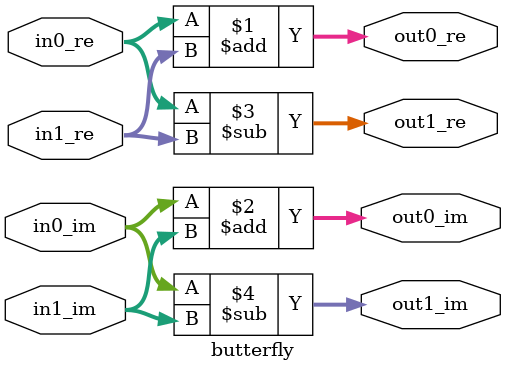
<source format=v>
`timescale 1ns / 1ps
module butterfly
#(
	parameter width=16
)
(
	input signed [width-1:0] in0_re,
	input signed [width-1:0] in0_im,
	input signed [width-1:0] in1_re,
	input signed [width-1:0] in1_im,
	output signed [width-1:0] out0_re,
	output signed [width-1:0] out0_im,
	output signed [width-1:0] out1_re,
	output signed [width-1:0] out1_im
);
	assign out0_re = in0_re + in1_re,
		out0_im = in0_im + in1_im,
		out1_re = in0_re - in1_re,
		out1_im = in0_im - in1_im;
endmodule

</source>
